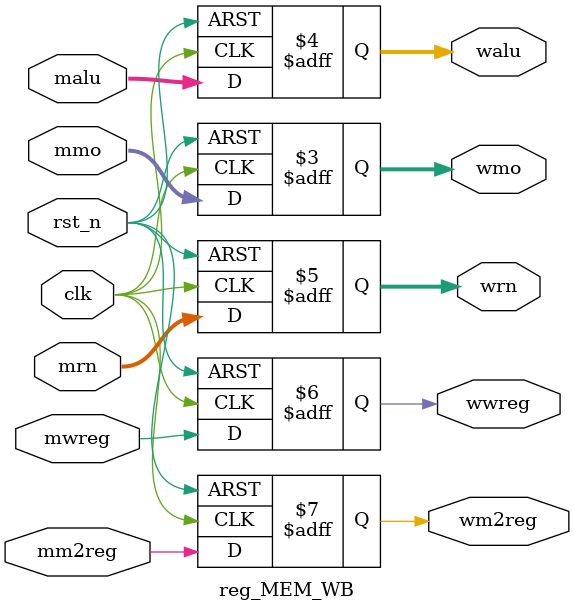
<source format=v>
`timescale 1ns / 1ps
module reg_MEM_WB(
	input [31:0]mmo, malu,
	input [4:0]mrn,
	input mwreg, mm2reg,
	input clk, rst_n,
	output reg [31:0]wmo, walu,
	output reg [4:0]wrn,
	output reg wwreg, wm2reg
);

always @ (posedge clk or negedge rst_n)
begin
	if(~rst_n)
	begin
		wwreg <= 0;
		wm2reg <= 0;
		wmo <= 0;
		walu <= 0;
		wrn <= 0;
	end
	else
	begin
		wwreg <= mwreg;
		wm2reg <= mm2reg;
		wmo <= mmo;
		walu <= malu;
		wrn <= mrn;
	end
end

endmodule

</source>
